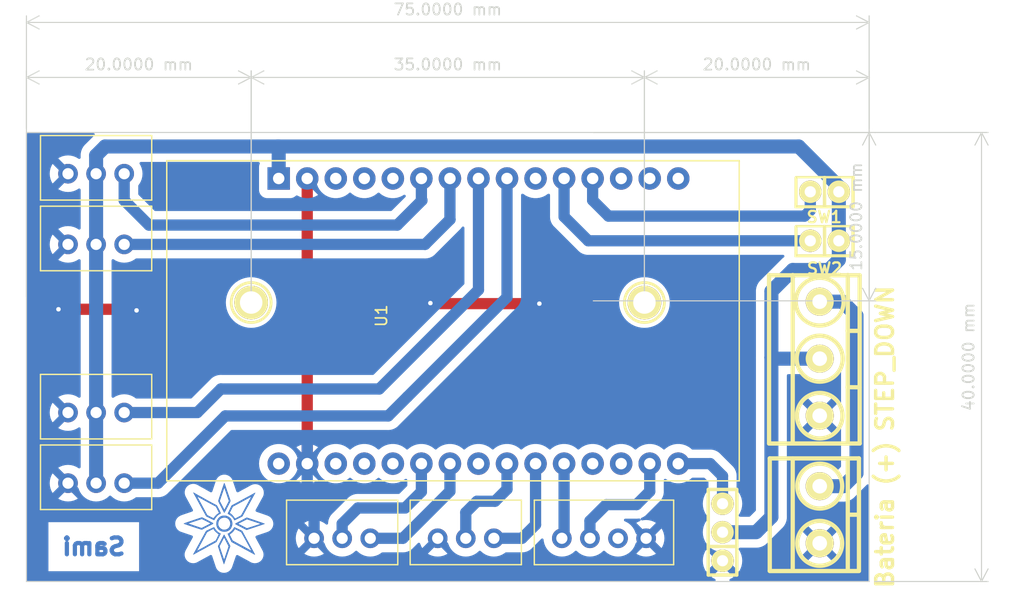
<source format=kicad_pcb>
(kicad_pcb (version 20221018) (generator pcbnew)
  (layers (0 "F.Cu" signal) (31 "B.Cu" signal) (34 "B.Paste" user) (35 "F.Paste" user) (36 "B.SilkS" user "B.Silkscreen") (37 "F.SilkS" user "F.Silkscreen") (38 "B.Mask" user) (39 "F.Mask" user) (44 "Edge.Cuts" user))
  (net 0 "")
  (net 1 "GND")
  (net 2 "+5V")
  (net 3 "/SCL")
  (net 4 "/SDA")
  (net 5 "/Vstep")
  (net 6 "/START")
  (net 7 "/ESTRATEGIA")
  (net 8 "/TATAMI_DER")
  (net 9 "/TATAMI_IZQ")
  (net 10 "/IR_DER")
  (net 11 "/IR_IZQ")
  (net 12 "/LDR")
  (net 26 "unconnected-(U1-D32-Pad10)")
  (net 27 "/M2A_DIR")
  (net 28 "/M2B_PWM")
  (net 29 "/M1A_DIR")
  (net 30 "/M1B_PWM")
  (footprint "footprints:JstXH3P" (layer "F.Cu") (at 113.1 61.095)
    (fp_text reference "P4" hide)
    (fp_text value "IFR_IZQ")
  )
  (footprint "EESTN5:BORNERA2_AZUL" (layer "F.Cu") (at 177.5 85.7 90)
    (fp_text reference "J10" hide)
    (fp_text value "Bateria (+)")
  )
  (footprint "EESTN5:pad_3mm" (layer "F.Cu") (at 161.9 66.8)
    (fp_text reference "H1" hide)
    (fp_text value "Mounting_Hole" hide)
  )
  (footprint "EESTN5:Pin_Header_2" (layer "F.Cu") (at 177.93 57.2525 180)
    (fp_text reference "SW1")
    (fp_text value "START" hide)
  )
  (footprint "footprints:JstXH3P" (layer "F.Cu") (at 113.1 82.365)
    (fp_text reference "P2" hide)
    (fp_text value "SensorTatamiIzquierdo")
  )
  (footprint "EESTN5:pad_3mm" (layer "F.Cu") (at 126.9 66.8)
    (fp_text reference "H2" hide)
    (fp_text value "Mounting_Hole" hide)
  )
  (footprint "footprints:JstXH3P" (layer "F.Cu") (at 113.1 76.075)
    (fp_text reference "P1" hide)
    (fp_text value "SensorTatamiDerecho")
  )
  (footprint "footprints:LogoSami2" (layer "F.Cu") (at 124.5 86.5)
    (fp_text reference "G1" hide)
    (fp_text value "LOGO" hide)
  )
  (footprint "EESTN5:Pin_Header_2" (layer "F.Cu") (at 177.93 61.6175 180)
    (fp_text reference "SW2")
    (fp_text value "ESTRATEGIA" hide)
  )
  (footprint "footprints:JstXH3P" (layer "F.Cu") (at 146 87.275)
    (fp_text reference "P7" hide)
    (fp_text value "MotorIzquierdo")
  )
  (footprint "footprints:Sami" (layer "F.Cu") (at 112.9 88.55)
    (fp_text reference "REF**" hide)
    (fp_text value "Sami")
  )
  (footprint "Footprints:ESP32-DEVKIT-V1-30Pines" (layer "F.Cu") (at 144.865 67.95 90)
    (fp_text reference "U1")
    (fp_text value "ESP32-DEVKIT-V1")
  )
  (footprint "footprints:JstXH4P" (layer "F.Cu") (at 158.3 87.275)
    (fp_text reference "P8" hide)
    (fp_text value "Pantalla Oled")
  )
  (footprint "EESTN5:BORNERA3_AZUL" (layer "F.Cu") (at 177.5 71.8 90)
    (fp_text reference "J9" hide)
    (fp_text value "STEP_DOWN")
  )
  (footprint "footprints:JstXH3P" (layer "F.Cu") (at 135 87.275)
    (fp_text reference "P6" hide)
    (fp_text value "MotorDerecho")
  )
  (footprint "footprints:JstXH3P" (layer "F.Cu") (at 113.1 54.8)
    (fp_text reference "P3" hide)
    (fp_text value "IFR_DER")
  )
  (footprint "EESTN5:Pin_Strip_3" (layer "F.Cu") (at 168.85 87.26 90)
    (fp_text reference "P5" hide)
    (fp_text value "LDR" hide)
  )
  (gr_line (start 106.9 51.65) (end 106.9 91.65) (stroke (width 0.1)) (layer "Edge.Cuts"))
  (gr_line (start 181.9 91.65) (end 181.9 51.5) (stroke (width 0.1)) (layer "Edge.Cuts"))
  (gr_line (start 181.9 51.65) (end 106.9 51.65) (stroke (width 0.1)) (layer "Edge.Cuts"))
  (gr_line (start 181.9 91.65) (end 106.9 91.65) (stroke (width 0.1)) (layer "Edge.Cuts"))
  (dimension (type aligned) (layer "Edge.Cuts") (pts (xy 126.9 66.8) (xy 106.9 66.8)) (height 20.049998) (gr_text "20.0000 mm" (at 116.9 45.600002) (layer "Edge.Cuts") (effects (font (size 1 1) (thickness 0.15)))) (format (prefix "") (suffix "") (units 3) (units_format 1) (precision 4)) (style (thickness 0.1) (arrow_length 1.27) (text_position_mode 0) (extension_height 0.58642) (extension_offset 0.5) keep_text_aligned))
  (dimension (type aligned) (layer "Edge.Cuts") (pts (xy 106.9 51.8) (xy 181.9 51.8)) (height -9.95) (gr_text "75.0000 mm" (at 144.4 40.7) (layer "Edge.Cuts") (effects (font (size 1 1) (thickness 0.15)))) (format (prefix "") (suffix "") (units 3) (units_format 1) (precision 4)) (style (thickness 0.1) (arrow_length 1.27) (text_position_mode 0) (extension_height 0.58642) (extension_offset 0.5) keep_text_aligned))
  (dimension (type aligned) (layer "Edge.Cuts") (pts (xy 156.85 66.65) (xy 156.85 51.65)) (height 25.05) (gr_text "15.0000 mm" (at 180.75 59.15 90) (layer "Edge.Cuts") (effects (font (size 1 1) (thickness 0.15)))) (format (prefix "") (suffix "") (units 3) (units_format 1) (precision 4)) (style (thickness 0.1) (arrow_length 1.27) (text_position_mode 0) (extension_height 0.58642) (extension_offset 0.5) keep_text_aligned))
  (dimension (type aligned) (layer "Edge.Cuts") (pts (xy 161.9 66.8) (xy 181.9 66.8)) (height -20.05) (gr_text "20.0000 mm" (at 171.9 45.6) (layer "Edge.Cuts") (effects (font (size 1 1) (thickness 0.15)))) (format (prefix "") (suffix "") (units 3) (units_format 1) (precision 4)) (style (thickness 0.1) (arrow_length 1.27) (text_position_mode 0) (extension_height 0.58642) (extension_offset 0.5) keep_text_aligned))
  (dimension (type aligned) (layer "Edge.Cuts") (pts (xy 181.9 91.65) (xy 181.9 51.65)) (height 10) (gr_text "40.0000 mm" (at 190.75 71.65 90) (layer "Edge.Cuts") (effects (font (size 1 1) (thickness 0.15)))) (format (prefix "") (suffix "") (units 3) (units_format 1) (precision 4)) (style (thickness 0.1) (arrow_length 1.27) (text_position_mode 0) (extension_height 0.58642) (extension_offset 0.5) keep_text_aligned))
  (dimension (type aligned) (layer "Edge.Cuts") (pts (xy 161.9 66.8) (xy 126.9 66.8)) (height 20.049999) (gr_text "35.0000 mm" (at 144.4 45.600001) (layer "Edge.Cuts") (effects (font (size 1 1) (thickness 0.15)))) (format (prefix "") (suffix "") (units 3) (units_format 1) (precision 4)) (style (thickness 0.1) (arrow_length 1.27) (text_position_mode 0) (extension_height 0.58642) (extension_offset 0.5) keep_text_aligned))
  (segment (start 131.89 55.75) (end 131.89 81.15) (width 1) (layer "F.Cu") (net 1))
  (segment (start 116.7 67.5) (end 116.6 67.4) (width 1) (layer "F.Cu") (net 1))
  (segment (start 116.6 67.4) (end 109.75 67.4) (width 1) (layer "F.Cu") (net 1))
  (segment (start 142.9 66.9) (end 142.85 66.85) (width 1) (layer "F.Cu") (net 1))
  (segment (start 152.55 66.9) (end 142.9 66.9) (width 1) (layer "F.Cu") (net 1))
  (via (at 142.85 66.85) (size 0.8) (drill 0.4) (layers "F.Cu" "B.Cu") (net 1))
  (via (at 152.55 66.9) (size 0.8) (drill 0.4) (layers "F.Cu" "B.Cu") (net 1))
  (via (at 116.7 67.5) (size 0.8) (drill 0.4) (layers "F.Cu" "B.Cu") (net 1))
  (via (at 109.75 67.4) (size 0.8) (drill 0.4) (layers "F.Cu" "B.Cu") (net 1))
  (segment (start 131.89 81.15) (end 131.89 84.79) (width 1) (layer "B.Cu") (net 1))
  (segment (start 111.25 67.45) (end 111.2 67.4) (width 1) (layer "B.Cu") (net 1))
  (segment (start 131.89 81.15) (end 131.89 81.038349) (width 0.75) (layer "B.Cu") (net 1))
  (segment (start 131.89 81.15) (end 131.89 81.61) (width 0.75) (layer "B.Cu") (net 1))
  (segment (start 111.2 67.4) (end 109.75 67.4) (width 1) (layer "B.Cu") (net 1))
  (segment (start 132.5 85.4) (end 132.5 87.8) (width 1) (layer "B.Cu") (net 1))
  (segment (start 131.89 84.79) (end 132.5 85.4) (width 1) (layer "B.Cu") (net 1))
  (segment (start 131.89 81.15) (end 131.89 78.91) (width 1) (layer "B.Cu") (net 1))
  (segment (start 131.89 81.15) (end 131.89 80.89) (width 0.75) (layer "B.Cu") (net 1))
  (segment (start 131.89 78.91) (end 131.9 78.9) (width 1) (layer "B.Cu") (net 1))
  (segment (start 131.89 81.15) (end 131.89 81.59) (width 0.75) (layer "B.Cu") (net 1))
  (segment (start 113.9 52.9) (end 129.3 52.9) (width 1.25) (layer "B.Cu") (net 2))
  (segment (start 173.2 85.9) (end 173.2 71.7) (width 1.25) (layer "B.Cu") (net 2))
  (segment (start 177.5 71.8) (end 173.3 71.8) (width 1.25) (layer "B.Cu") (net 2))
  (segment (start 113.1 61.62) (end 113.1 76.6) (width 1.25) (layer "B.Cu") (net 2))
  (segment (start 129.3 52.9) (end 175.630204 52.9) (width 1.25) (layer "B.Cu") (net 2))
  (segment (start 113.1 55.325) (end 113.1 53.7) (width 1.25) (layer "B.Cu") (net 2))
  (segment (start 173.2 71.7) (end 173.2 65.8) (width 1.25) (layer "B.Cu") (net 2))
  (segment (start 173.2 65.8) (end 175.1 63.9) (width 1.25) (layer "B.Cu") (net 2))
  (segment (start 175.630204 52.9) (end 179.2 56.469796) (width 1.25) (layer "B.Cu") (net 2))
  (segment (start 179.2 61.3) (end 179.2 56.935) (width 1.25) (layer "B.Cu") (net 2))
  (segment (start 113.1 55.325) (end 113.1 61.62) (width 1.25) (layer "B.Cu") (net 2))
  (segment (start 179.2 56.469796) (end 179.2 56.935) (width 1.25) (layer "B.Cu") (net 2))
  (segment (start 171.9 87.2) (end 171.84 87.26) (width 1) (layer "B.Cu") (net 2))
  (segment (start 175.1 63.9) (end 178.3 63.9) (width 1.25) (layer "B.Cu") (net 2))
  (segment (start 179.2 63) (end 179.2 61.3) (width 1.25) (layer "B.Cu") (net 2))
  (segment (start 173.2 85.9) (end 171.9 87.2) (width 1.25) (layer "B.Cu") (net 2))
  (segment (start 171.84 87.26) (end 168.85 87.26) (width 1.25) (layer "B.Cu") (net 2))
  (segment (start 113.1 76.6) (end 113.1 82.89) (width 1.25) (layer "B.Cu") (net 2))
  (segment (start 129.35 55.75) (end 129.35 52.95) (width 1.25) (layer "B.Cu") (net 2))
  (segment (start 129.35 52.95) (end 129.3 52.9) (width 1.25) (layer "B.Cu") (net 2))
  (segment (start 178.3 63.9) (end 179.2 63) (width 1.25) (layer "B.Cu") (net 2))
  (segment (start 113.1 53.7) (end 113.9 52.9) (width 1.25) (layer "B.Cu") (net 2))
  (segment (start 173.3 71.8) (end 173.2 71.7) (width 1.25) (layer "B.Cu") (net 2))
  (segment (start 162.37 83.63) (end 162.37 81.15) (width 1) (layer "B.Cu") (net 3))
  (segment (start 158.5 84.8) (end 161.2 84.8) (width 1) (layer "B.Cu") (net 3))
  (segment (start 162.4 81.18) (end 162.37 81.15) (width 1) (layer "B.Cu") (net 3))
  (segment (start 161.2 84.8) (end 162.37 83.63) (width 1) (layer "B.Cu") (net 3))
  (segment (start 157.05 86.25) (end 158.5 84.8) (width 1) (layer "B.Cu") (net 3))
  (segment (start 157.05 87.8) (end 157.05 86.25) (width 1) (layer "B.Cu") (net 3))
  (segment (start 154.75 81.15) (end 154.75 87.6) (width 1) (layer "B.Cu") (net 4))
  (segment (start 154.75 87.6) (end 154.55 87.8) (width 1) (layer "B.Cu") (net 4))
  (segment (start 180.775 82) (end 180.775 67.975) (width 1.25) (layer "B.Cu") (net 5))
  (segment (start 179.615 83.16) (end 180.775 82) (width 1.25) (layer "B.Cu") (net 5))
  (segment (start 177.5 83.16) (end 179.615 83.16) (width 1.25) (layer "B.Cu") (net 5))
  (segment (start 180.775 67.975) (end 179.52 66.72) (width 1.25) (layer "B.Cu") (net 5))
  (segment (start 179.52 66.72) (end 177.5 66.72) (width 1.25) (layer "B.Cu") (net 5))
  (segment (start 158.7 59.1) (end 157.29 57.69) (width 1) (layer "B.Cu") (net 6))
  (segment (start 176.66 58.59) (end 176.15 59.1) (width 1) (layer "B.Cu") (net 6))
  (segment (start 157.29 57.69) (end 157.29 55.75) (width 1) (layer "B.Cu") (net 6))
  (segment (start 176.66 56.935) (end 176.465 56.935) (width 1) (layer "B.Cu") (net 6))
  (segment (start 176.66 56.935) (end 176.66 58.59) (width 1) (layer "B.Cu") (net 6))
  (segment (start 176.465 56.935) (end 176.3 57.1) (width 1) (layer "B.Cu") (net 6))
  (segment (start 176.15 59.1) (end 158.7 59.1) (width 1) (layer "B.Cu") (net 6))
  (segment (start 156.9 61.3) (end 154.75 59.15) (width 1) (layer "B.Cu") (net 7))
  (segment (start 176.66 61.3) (end 156.9 61.3) (width 1) (layer "B.Cu") (net 7))
  (segment (start 154.75 59.15) (end 154.75 55.75) (width 1) (layer "B.Cu") (net 7))
  (segment (start 147.13 65.67) (end 147.13 55.75) (width 1) (layer "B.Cu") (net 8))
  (segment (start 124.2 74.5) (end 138.3 74.5) (width 1) (layer "B.Cu") (net 8))
  (segment (start 115.6 76.6) (end 122.1 76.6) (width 1) (layer "B.Cu") (net 8))
  (segment (start 122.1 76.6) (end 124.2 74.5) (width 1) (layer "B.Cu") (net 8))
  (segment (start 138.3 74.5) (end 147.13 65.67) (width 1) (layer "B.Cu") (net 8))
  (segment (start 124.6 76.9) (end 139.1 76.9) (width 1) (layer "B.Cu") (net 9))
  (segment (start 118.61 82.89) (end 124.6 76.9) (width 1) (layer "B.Cu") (net 9))
  (segment (start 115.6 82.89) (end 118.61 82.89) (width 1) (layer "B.Cu") (net 9))
  (segment (start 139.1 76.9) (end 140.8 75.2) (width 1) (layer "B.Cu") (net 9))
  (segment (start 149.67 66.33) (end 149.67 55.75) (width 1) (layer "B.Cu") (net 9))
  (segment (start 140.8 75.2) (end 149.67 66.33) (width 1) (layer "B.Cu") (net 9))
  (segment (start 142.05 57.65) (end 142.05 55.75) (width 1) (layer "B.Cu") (net 10))
  (segment (start 139.9 59.9) (end 142.1 57.7) (width 1) (layer "B.Cu") (net 10))
  (segment (start 117.8 59.9) (end 139.9 59.9) (width 1) (layer "B.Cu") (net 10))
  (segment (start 115.6 57.7) (end 117.8 59.9) (width 1) (layer "B.Cu") (net 10))
  (segment (start 142.1 57.7) (end 142.05 57.65) (width 1) (layer "B.Cu") (net 10))
  (segment (start 115.6 55.325) (end 115.6 57.7) (width 1) (layer "B.Cu") (net 10))
  (segment (start 144.59 59.39) (end 144.59 55.75) (width 1) (layer "B.Cu") (net 11))
  (segment (start 144.6 59.4) (end 144.59 59.39) (width 1) (layer "B.Cu") (net 11))
  (segment (start 115.6 61.62) (end 142.38 61.62) (width 1) (layer "B.Cu") (net 11))
  (segment (start 142.38 61.62) (end 144.6 59.4) (width 1) (layer "B.Cu") (net 11))
  (segment (start 164.91 81.15) (end 167.75 81.15) (width 1) (layer "B.Cu") (net 12))
  (segment (start 168.85 82.25) (end 168.85 84.72) (width 1) (layer "B.Cu") (net 12))
  (segment (start 167.75 81.15) (end 168.85 82.25) (width 1) (layer "B.Cu") (net 12))
  (segment (start 152.2 55.76) (end 152.21 55.75) (width 0.8) (layer "B.Cu") (net 26))
  (segment (start 149.75 81.23) (end 149.67 81.15) (width 1) (layer "B.Cu") (net 27))
  (segment (start 148.6 84.5) (end 147 84.5) (width 1) (layer "B.Cu") (net 27))
  (segment (start 149.67 83.43) (end 148.6 84.5) (width 1) (layer "B.Cu") (net 27))
  (segment (start 149.67 81.15) (end 149.67 83.43) (width 1) (layer "B.Cu") (net 27))
  (segment (start 147 84.5) (end 146 85.5) (width 1) (layer "B.Cu") (net 27))
  (segment (start 146 85.5) (end 146 87.8) (width 1) (layer "B.Cu") (net 27))
  (segment (start 149.6 81.22) (end 149.67 81.15) (width 1) (layer "B.Cu") (net 27))
  (segment (start 152.25 81.19) (end 152.21 81.15) (width 1) (layer "B.Cu") (net 28))
  (segment (start 152.21 86.59) (end 152.21 81.15) (width 1) (layer "B.Cu") (net 28))
  (segment (start 151 87.8) (end 152.21 86.59) (width 1) (layer "B.Cu") (net 28))
  (segment (start 148.5 87.8) (end 151 87.8) (width 1) (layer "B.Cu") (net 28))
  (segment (start 140.6 85.1) (end 142.05 83.65) (width 1) (layer "B.Cu") (net 29))
  (segment (start 136.4 85.1) (end 140.6 85.1) (width 1) (layer "B.Cu") (net 29))
  (segment (start 142.05 83.65) (end 142.05 81.15) (width 1) (layer "B.Cu") (net 29))
  (segment (start 135 87.8) (end 135 86.5) (width 1) (layer "B.Cu") (net 29))
  (segment (start 135 86.5) (end 136.4 85.1) (width 1) (layer "B.Cu") (net 29))
  (segment (start 140.4 87.8) (end 144.59 83.61) (width 1) (layer "B.Cu") (net 30))
  (segment (start 137.5 87.8) (end 140.4 87.8) (width 1) (layer "B.Cu") (net 30))
  (segment (start 144.59 83.61) (end 144.59 81.15) (width 1) (layer "B.Cu") (net 30))
  (zone (net 1) (net_name "GND") (layer "B.Cu") (connect_pads (clearance 0.75)) (min_thickness 0.25) (fill yes (thermal_gap 0.75) (thermal_bridge_width 0.7))
    (polygon (pts (xy 106.9 51.7) (xy 181.9 51.7) (xy 181.9 91.7) (xy 106.9 91.7) (xy 106.9 51.6) (xy 107 51.6)))
  )
)
</source>
